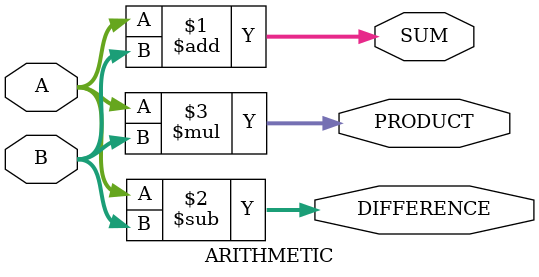
<source format=v>
module ARITHMETIC(A, B, PRODUCT, SUM, DIFFERENCE);
	input [4:0] A, B;
	output [7:0] PRODUCT, SUM, DIFFERENCE;
	
	assign SUM = A + B;
	assign DIFFERENCE = A - B;
	assign PRODUCT = A * B;
endmodule
</source>
